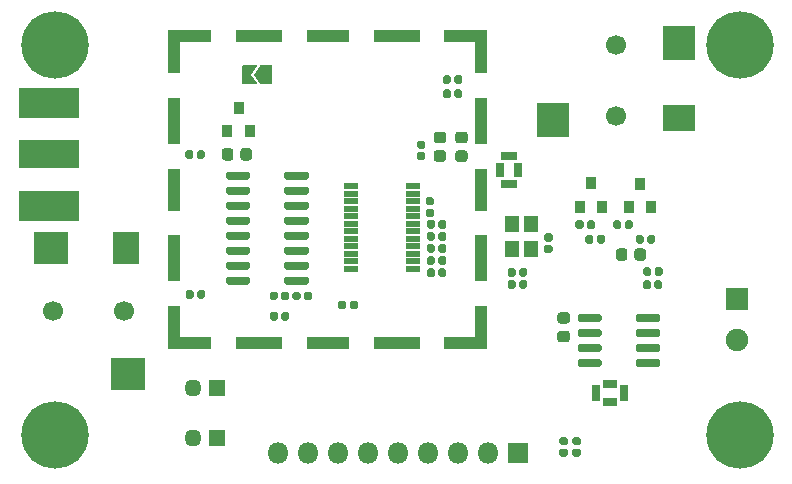
<source format=gbr>
%TF.GenerationSoftware,KiCad,Pcbnew,(5.1.6-0-10_14)*%
%TF.CreationDate,2021-04-04T15:55:47-05:00*%
%TF.ProjectId,MBRadio_4732_BO3,4d425261-6469-46f5-9f34-3733325f424f,rev?*%
%TF.SameCoordinates,Original*%
%TF.FileFunction,Soldermask,Top*%
%TF.FilePolarity,Negative*%
%FSLAX46Y46*%
G04 Gerber Fmt 4.6, Leading zero omitted, Abs format (unit mm)*
G04 Created by KiCad (PCBNEW (5.1.6-0-10_14)) date 2021-04-04 15:55:47*
%MOMM*%
%LPD*%
G01*
G04 APERTURE LIST*
%ADD10R,1.446200X0.653200*%
%ADD11R,0.653200X1.293800*%
%ADD12R,0.653200X1.446200*%
%ADD13R,1.293800X0.653200*%
%ADD14C,5.700000*%
%ADD15R,0.900000X1.000000*%
%ADD16C,1.700000*%
%ADD17R,2.800000X3.000000*%
%ADD18R,2.800000X2.200000*%
%ADD19R,1.450000X1.450000*%
%ADD20O,1.450000X1.450000*%
%ADD21R,5.180000X2.390000*%
%ADD22R,5.180000X2.520000*%
%ADD23R,1.300000X0.500000*%
%ADD24R,1.200000X1.400000*%
%ADD25R,1.800000X1.800000*%
%ADD26O,1.800000X1.800000*%
%ADD27R,1.100000X1.100000*%
%ADD28R,2.670000X1.100000*%
%ADD29R,3.900000X1.100000*%
%ADD30R,3.570000X1.100000*%
%ADD31R,1.100000X2.670000*%
%ADD32R,1.100000X3.900000*%
%ADD33R,1.100000X3.570000*%
%ADD34R,1.900000X1.900000*%
%ADD35C,1.900000*%
%ADD36C,0.100000*%
%ADD37R,3.000000X2.800000*%
%ADD38R,2.200000X2.800000*%
G04 APERTURE END LIST*
D10*
%TO.C,C4*%
X91950000Y-112881700D03*
X91950000Y-115238300D03*
D11*
X92696500Y-114060000D03*
X91203500Y-114060000D03*
%TD*%
D12*
%TO.C,C3*%
X101678300Y-132940000D03*
X99321700Y-132940000D03*
D13*
X100500000Y-133686500D03*
X100500000Y-132193500D03*
%TD*%
%TO.C,R12*%
G36*
G01*
X102670000Y-120127500D02*
X102670000Y-119732500D01*
G75*
G02*
X102842500Y-119560000I172500J0D01*
G01*
X103187500Y-119560000D01*
G75*
G02*
X103360000Y-119732500I0J-172500D01*
G01*
X103360000Y-120127500D01*
G75*
G02*
X103187500Y-120300000I-172500J0D01*
G01*
X102842500Y-120300000D01*
G75*
G02*
X102670000Y-120127500I0J172500D01*
G01*
G37*
G36*
G01*
X103640000Y-120127500D02*
X103640000Y-119732500D01*
G75*
G02*
X103812500Y-119560000I172500J0D01*
G01*
X104157500Y-119560000D01*
G75*
G02*
X104330000Y-119732500I0J-172500D01*
G01*
X104330000Y-120127500D01*
G75*
G02*
X104157500Y-120300000I-172500J0D01*
G01*
X103812500Y-120300000D01*
G75*
G02*
X103640000Y-120127500I0J172500D01*
G01*
G37*
%TD*%
%TO.C,R13*%
G36*
G01*
X103960000Y-123592500D02*
X103960000Y-123987500D01*
G75*
G02*
X103787500Y-124160000I-172500J0D01*
G01*
X103442500Y-124160000D01*
G75*
G02*
X103270000Y-123987500I0J172500D01*
G01*
X103270000Y-123592500D01*
G75*
G02*
X103442500Y-123420000I172500J0D01*
G01*
X103787500Y-123420000D01*
G75*
G02*
X103960000Y-123592500I0J-172500D01*
G01*
G37*
G36*
G01*
X104930000Y-123592500D02*
X104930000Y-123987500D01*
G75*
G02*
X104757500Y-124160000I-172500J0D01*
G01*
X104412500Y-124160000D01*
G75*
G02*
X104240000Y-123987500I0J172500D01*
G01*
X104240000Y-123592500D01*
G75*
G02*
X104412500Y-123420000I172500J0D01*
G01*
X104757500Y-123420000D01*
G75*
G02*
X104930000Y-123592500I0J-172500D01*
G01*
G37*
%TD*%
D14*
%TO.C,REF\u002A\u002A*%
X111500000Y-136500000D03*
%TD*%
%TO.C,REF\u002A\u002A*%
X111500000Y-103500000D03*
%TD*%
%TO.C,REF\u002A\u002A*%
X53500000Y-136500000D03*
%TD*%
%TO.C,REF\u002A\u002A*%
X53500000Y-103500000D03*
%TD*%
%TO.C,C10*%
G36*
G01*
X85437500Y-117070000D02*
X85042500Y-117070000D01*
G75*
G02*
X84870000Y-116897500I0J172500D01*
G01*
X84870000Y-116552500D01*
G75*
G02*
X85042500Y-116380000I172500J0D01*
G01*
X85437500Y-116380000D01*
G75*
G02*
X85610000Y-116552500I0J-172500D01*
G01*
X85610000Y-116897500D01*
G75*
G02*
X85437500Y-117070000I-172500J0D01*
G01*
G37*
G36*
G01*
X85437500Y-118040000D02*
X85042500Y-118040000D01*
G75*
G02*
X84870000Y-117867500I0J172500D01*
G01*
X84870000Y-117522500D01*
G75*
G02*
X85042500Y-117350000I172500J0D01*
G01*
X85437500Y-117350000D01*
G75*
G02*
X85610000Y-117522500I0J-172500D01*
G01*
X85610000Y-117867500D01*
G75*
G02*
X85437500Y-118040000I-172500J0D01*
G01*
G37*
%TD*%
%TO.C,C13*%
G36*
G01*
X96841250Y-127080000D02*
X96278750Y-127080000D01*
G75*
G02*
X96035000Y-126836250I0J243750D01*
G01*
X96035000Y-126348750D01*
G75*
G02*
X96278750Y-126105000I243750J0D01*
G01*
X96841250Y-126105000D01*
G75*
G02*
X97085000Y-126348750I0J-243750D01*
G01*
X97085000Y-126836250D01*
G75*
G02*
X96841250Y-127080000I-243750J0D01*
G01*
G37*
G36*
G01*
X96841250Y-128655000D02*
X96278750Y-128655000D01*
G75*
G02*
X96035000Y-128411250I0J243750D01*
G01*
X96035000Y-127923750D01*
G75*
G02*
X96278750Y-127680000I243750J0D01*
G01*
X96841250Y-127680000D01*
G75*
G02*
X97085000Y-127923750I0J-243750D01*
G01*
X97085000Y-128411250D01*
G75*
G02*
X96841250Y-128655000I-243750J0D01*
G01*
G37*
%TD*%
%TO.C,U5*%
G36*
G01*
X97740000Y-126770000D02*
X97740000Y-126420000D01*
G75*
G02*
X97915000Y-126245000I175000J0D01*
G01*
X99615000Y-126245000D01*
G75*
G02*
X99790000Y-126420000I0J-175000D01*
G01*
X99790000Y-126770000D01*
G75*
G02*
X99615000Y-126945000I-175000J0D01*
G01*
X97915000Y-126945000D01*
G75*
G02*
X97740000Y-126770000I0J175000D01*
G01*
G37*
G36*
G01*
X97740000Y-128040000D02*
X97740000Y-127690000D01*
G75*
G02*
X97915000Y-127515000I175000J0D01*
G01*
X99615000Y-127515000D01*
G75*
G02*
X99790000Y-127690000I0J-175000D01*
G01*
X99790000Y-128040000D01*
G75*
G02*
X99615000Y-128215000I-175000J0D01*
G01*
X97915000Y-128215000D01*
G75*
G02*
X97740000Y-128040000I0J175000D01*
G01*
G37*
G36*
G01*
X97740000Y-129310000D02*
X97740000Y-128960000D01*
G75*
G02*
X97915000Y-128785000I175000J0D01*
G01*
X99615000Y-128785000D01*
G75*
G02*
X99790000Y-128960000I0J-175000D01*
G01*
X99790000Y-129310000D01*
G75*
G02*
X99615000Y-129485000I-175000J0D01*
G01*
X97915000Y-129485000D01*
G75*
G02*
X97740000Y-129310000I0J175000D01*
G01*
G37*
G36*
G01*
X97740000Y-130580000D02*
X97740000Y-130230000D01*
G75*
G02*
X97915000Y-130055000I175000J0D01*
G01*
X99615000Y-130055000D01*
G75*
G02*
X99790000Y-130230000I0J-175000D01*
G01*
X99790000Y-130580000D01*
G75*
G02*
X99615000Y-130755000I-175000J0D01*
G01*
X97915000Y-130755000D01*
G75*
G02*
X97740000Y-130580000I0J175000D01*
G01*
G37*
G36*
G01*
X102690000Y-130580000D02*
X102690000Y-130230000D01*
G75*
G02*
X102865000Y-130055000I175000J0D01*
G01*
X104565000Y-130055000D01*
G75*
G02*
X104740000Y-130230000I0J-175000D01*
G01*
X104740000Y-130580000D01*
G75*
G02*
X104565000Y-130755000I-175000J0D01*
G01*
X102865000Y-130755000D01*
G75*
G02*
X102690000Y-130580000I0J175000D01*
G01*
G37*
G36*
G01*
X102690000Y-129310000D02*
X102690000Y-128960000D01*
G75*
G02*
X102865000Y-128785000I175000J0D01*
G01*
X104565000Y-128785000D01*
G75*
G02*
X104740000Y-128960000I0J-175000D01*
G01*
X104740000Y-129310000D01*
G75*
G02*
X104565000Y-129485000I-175000J0D01*
G01*
X102865000Y-129485000D01*
G75*
G02*
X102690000Y-129310000I0J175000D01*
G01*
G37*
G36*
G01*
X102690000Y-128040000D02*
X102690000Y-127690000D01*
G75*
G02*
X102865000Y-127515000I175000J0D01*
G01*
X104565000Y-127515000D01*
G75*
G02*
X104740000Y-127690000I0J-175000D01*
G01*
X104740000Y-128040000D01*
G75*
G02*
X104565000Y-128215000I-175000J0D01*
G01*
X102865000Y-128215000D01*
G75*
G02*
X102690000Y-128040000I0J175000D01*
G01*
G37*
G36*
G01*
X102690000Y-126770000D02*
X102690000Y-126420000D01*
G75*
G02*
X102865000Y-126245000I175000J0D01*
G01*
X104565000Y-126245000D01*
G75*
G02*
X104740000Y-126420000I0J-175000D01*
G01*
X104740000Y-126770000D01*
G75*
G02*
X104565000Y-126945000I-175000J0D01*
G01*
X102865000Y-126945000D01*
G75*
G02*
X102690000Y-126770000I0J175000D01*
G01*
G37*
%TD*%
%TO.C,C6*%
G36*
G01*
X64530000Y-112967500D02*
X64530000Y-112572500D01*
G75*
G02*
X64702500Y-112400000I172500J0D01*
G01*
X65047500Y-112400000D01*
G75*
G02*
X65220000Y-112572500I0J-172500D01*
G01*
X65220000Y-112967500D01*
G75*
G02*
X65047500Y-113140000I-172500J0D01*
G01*
X64702500Y-113140000D01*
G75*
G02*
X64530000Y-112967500I0J172500D01*
G01*
G37*
G36*
G01*
X65500000Y-112967500D02*
X65500000Y-112572500D01*
G75*
G02*
X65672500Y-112400000I172500J0D01*
G01*
X66017500Y-112400000D01*
G75*
G02*
X66190000Y-112572500I0J-172500D01*
G01*
X66190000Y-112967500D01*
G75*
G02*
X66017500Y-113140000I-172500J0D01*
G01*
X65672500Y-113140000D01*
G75*
G02*
X65500000Y-112967500I0J172500D01*
G01*
G37*
%TD*%
%TO.C,C9*%
G36*
G01*
X65520000Y-124797500D02*
X65520000Y-124402500D01*
G75*
G02*
X65692500Y-124230000I172500J0D01*
G01*
X66037500Y-124230000D01*
G75*
G02*
X66210000Y-124402500I0J-172500D01*
G01*
X66210000Y-124797500D01*
G75*
G02*
X66037500Y-124970000I-172500J0D01*
G01*
X65692500Y-124970000D01*
G75*
G02*
X65520000Y-124797500I0J172500D01*
G01*
G37*
G36*
G01*
X64550000Y-124797500D02*
X64550000Y-124402500D01*
G75*
G02*
X64722500Y-124230000I172500J0D01*
G01*
X65067500Y-124230000D01*
G75*
G02*
X65240000Y-124402500I0J-172500D01*
G01*
X65240000Y-124797500D01*
G75*
G02*
X65067500Y-124970000I-172500J0D01*
G01*
X64722500Y-124970000D01*
G75*
G02*
X64550000Y-124797500I0J172500D01*
G01*
G37*
%TD*%
%TO.C,C14*%
G36*
G01*
X103290000Y-122867500D02*
X103290000Y-122472500D01*
G75*
G02*
X103462500Y-122300000I172500J0D01*
G01*
X103807500Y-122300000D01*
G75*
G02*
X103980000Y-122472500I0J-172500D01*
G01*
X103980000Y-122867500D01*
G75*
G02*
X103807500Y-123040000I-172500J0D01*
G01*
X103462500Y-123040000D01*
G75*
G02*
X103290000Y-122867500I0J172500D01*
G01*
G37*
G36*
G01*
X104260000Y-122867500D02*
X104260000Y-122472500D01*
G75*
G02*
X104432500Y-122300000I172500J0D01*
G01*
X104777500Y-122300000D01*
G75*
G02*
X104950000Y-122472500I0J-172500D01*
G01*
X104950000Y-122867500D01*
G75*
G02*
X104777500Y-123040000I-172500J0D01*
G01*
X104432500Y-123040000D01*
G75*
G02*
X104260000Y-122867500I0J172500D01*
G01*
G37*
%TD*%
D15*
%TO.C,D2*%
X68100000Y-110780000D03*
X70000000Y-110780000D03*
X69050000Y-108780000D03*
%TD*%
D16*
%TO.C,J3*%
X101000000Y-103500000D03*
X101000000Y-109500000D03*
D17*
X106350000Y-103300000D03*
X95650000Y-109800000D03*
D18*
X106350000Y-109650000D03*
%TD*%
%TO.C,L1*%
G36*
G01*
X67625000Y-113021250D02*
X67625000Y-112458750D01*
G75*
G02*
X67868750Y-112215000I243750J0D01*
G01*
X68356250Y-112215000D01*
G75*
G02*
X68600000Y-112458750I0J-243750D01*
G01*
X68600000Y-113021250D01*
G75*
G02*
X68356250Y-113265000I-243750J0D01*
G01*
X67868750Y-113265000D01*
G75*
G02*
X67625000Y-113021250I0J243750D01*
G01*
G37*
G36*
G01*
X69200000Y-113021250D02*
X69200000Y-112458750D01*
G75*
G02*
X69443750Y-112215000I243750J0D01*
G01*
X69931250Y-112215000D01*
G75*
G02*
X70175000Y-112458750I0J-243750D01*
G01*
X70175000Y-113021250D01*
G75*
G02*
X69931250Y-113265000I-243750J0D01*
G01*
X69443750Y-113265000D01*
G75*
G02*
X69200000Y-113021250I0J243750D01*
G01*
G37*
%TD*%
%TO.C,U1*%
G36*
G01*
X67970000Y-114720000D02*
X67970000Y-114370000D01*
G75*
G02*
X68145000Y-114195000I175000J0D01*
G01*
X69845000Y-114195000D01*
G75*
G02*
X70020000Y-114370000I0J-175000D01*
G01*
X70020000Y-114720000D01*
G75*
G02*
X69845000Y-114895000I-175000J0D01*
G01*
X68145000Y-114895000D01*
G75*
G02*
X67970000Y-114720000I0J175000D01*
G01*
G37*
G36*
G01*
X67970000Y-115990000D02*
X67970000Y-115640000D01*
G75*
G02*
X68145000Y-115465000I175000J0D01*
G01*
X69845000Y-115465000D01*
G75*
G02*
X70020000Y-115640000I0J-175000D01*
G01*
X70020000Y-115990000D01*
G75*
G02*
X69845000Y-116165000I-175000J0D01*
G01*
X68145000Y-116165000D01*
G75*
G02*
X67970000Y-115990000I0J175000D01*
G01*
G37*
G36*
G01*
X67970000Y-117260000D02*
X67970000Y-116910000D01*
G75*
G02*
X68145000Y-116735000I175000J0D01*
G01*
X69845000Y-116735000D01*
G75*
G02*
X70020000Y-116910000I0J-175000D01*
G01*
X70020000Y-117260000D01*
G75*
G02*
X69845000Y-117435000I-175000J0D01*
G01*
X68145000Y-117435000D01*
G75*
G02*
X67970000Y-117260000I0J175000D01*
G01*
G37*
G36*
G01*
X67970000Y-118530000D02*
X67970000Y-118180000D01*
G75*
G02*
X68145000Y-118005000I175000J0D01*
G01*
X69845000Y-118005000D01*
G75*
G02*
X70020000Y-118180000I0J-175000D01*
G01*
X70020000Y-118530000D01*
G75*
G02*
X69845000Y-118705000I-175000J0D01*
G01*
X68145000Y-118705000D01*
G75*
G02*
X67970000Y-118530000I0J175000D01*
G01*
G37*
G36*
G01*
X67970000Y-119800000D02*
X67970000Y-119450000D01*
G75*
G02*
X68145000Y-119275000I175000J0D01*
G01*
X69845000Y-119275000D01*
G75*
G02*
X70020000Y-119450000I0J-175000D01*
G01*
X70020000Y-119800000D01*
G75*
G02*
X69845000Y-119975000I-175000J0D01*
G01*
X68145000Y-119975000D01*
G75*
G02*
X67970000Y-119800000I0J175000D01*
G01*
G37*
G36*
G01*
X67970000Y-121070000D02*
X67970000Y-120720000D01*
G75*
G02*
X68145000Y-120545000I175000J0D01*
G01*
X69845000Y-120545000D01*
G75*
G02*
X70020000Y-120720000I0J-175000D01*
G01*
X70020000Y-121070000D01*
G75*
G02*
X69845000Y-121245000I-175000J0D01*
G01*
X68145000Y-121245000D01*
G75*
G02*
X67970000Y-121070000I0J175000D01*
G01*
G37*
G36*
G01*
X67970000Y-122340000D02*
X67970000Y-121990000D01*
G75*
G02*
X68145000Y-121815000I175000J0D01*
G01*
X69845000Y-121815000D01*
G75*
G02*
X70020000Y-121990000I0J-175000D01*
G01*
X70020000Y-122340000D01*
G75*
G02*
X69845000Y-122515000I-175000J0D01*
G01*
X68145000Y-122515000D01*
G75*
G02*
X67970000Y-122340000I0J175000D01*
G01*
G37*
G36*
G01*
X67970000Y-123610000D02*
X67970000Y-123260000D01*
G75*
G02*
X68145000Y-123085000I175000J0D01*
G01*
X69845000Y-123085000D01*
G75*
G02*
X70020000Y-123260000I0J-175000D01*
G01*
X70020000Y-123610000D01*
G75*
G02*
X69845000Y-123785000I-175000J0D01*
G01*
X68145000Y-123785000D01*
G75*
G02*
X67970000Y-123610000I0J175000D01*
G01*
G37*
G36*
G01*
X72920000Y-123610000D02*
X72920000Y-123260000D01*
G75*
G02*
X73095000Y-123085000I175000J0D01*
G01*
X74795000Y-123085000D01*
G75*
G02*
X74970000Y-123260000I0J-175000D01*
G01*
X74970000Y-123610000D01*
G75*
G02*
X74795000Y-123785000I-175000J0D01*
G01*
X73095000Y-123785000D01*
G75*
G02*
X72920000Y-123610000I0J175000D01*
G01*
G37*
G36*
G01*
X72920000Y-122340000D02*
X72920000Y-121990000D01*
G75*
G02*
X73095000Y-121815000I175000J0D01*
G01*
X74795000Y-121815000D01*
G75*
G02*
X74970000Y-121990000I0J-175000D01*
G01*
X74970000Y-122340000D01*
G75*
G02*
X74795000Y-122515000I-175000J0D01*
G01*
X73095000Y-122515000D01*
G75*
G02*
X72920000Y-122340000I0J175000D01*
G01*
G37*
G36*
G01*
X72920000Y-121070000D02*
X72920000Y-120720000D01*
G75*
G02*
X73095000Y-120545000I175000J0D01*
G01*
X74795000Y-120545000D01*
G75*
G02*
X74970000Y-120720000I0J-175000D01*
G01*
X74970000Y-121070000D01*
G75*
G02*
X74795000Y-121245000I-175000J0D01*
G01*
X73095000Y-121245000D01*
G75*
G02*
X72920000Y-121070000I0J175000D01*
G01*
G37*
G36*
G01*
X72920000Y-119800000D02*
X72920000Y-119450000D01*
G75*
G02*
X73095000Y-119275000I175000J0D01*
G01*
X74795000Y-119275000D01*
G75*
G02*
X74970000Y-119450000I0J-175000D01*
G01*
X74970000Y-119800000D01*
G75*
G02*
X74795000Y-119975000I-175000J0D01*
G01*
X73095000Y-119975000D01*
G75*
G02*
X72920000Y-119800000I0J175000D01*
G01*
G37*
G36*
G01*
X72920000Y-118530000D02*
X72920000Y-118180000D01*
G75*
G02*
X73095000Y-118005000I175000J0D01*
G01*
X74795000Y-118005000D01*
G75*
G02*
X74970000Y-118180000I0J-175000D01*
G01*
X74970000Y-118530000D01*
G75*
G02*
X74795000Y-118705000I-175000J0D01*
G01*
X73095000Y-118705000D01*
G75*
G02*
X72920000Y-118530000I0J175000D01*
G01*
G37*
G36*
G01*
X72920000Y-117260000D02*
X72920000Y-116910000D01*
G75*
G02*
X73095000Y-116735000I175000J0D01*
G01*
X74795000Y-116735000D01*
G75*
G02*
X74970000Y-116910000I0J-175000D01*
G01*
X74970000Y-117260000D01*
G75*
G02*
X74795000Y-117435000I-175000J0D01*
G01*
X73095000Y-117435000D01*
G75*
G02*
X72920000Y-117260000I0J175000D01*
G01*
G37*
G36*
G01*
X72920000Y-115990000D02*
X72920000Y-115640000D01*
G75*
G02*
X73095000Y-115465000I175000J0D01*
G01*
X74795000Y-115465000D01*
G75*
G02*
X74970000Y-115640000I0J-175000D01*
G01*
X74970000Y-115990000D01*
G75*
G02*
X74795000Y-116165000I-175000J0D01*
G01*
X73095000Y-116165000D01*
G75*
G02*
X72920000Y-115990000I0J175000D01*
G01*
G37*
G36*
G01*
X72920000Y-114720000D02*
X72920000Y-114370000D01*
G75*
G02*
X73095000Y-114195000I175000J0D01*
G01*
X74795000Y-114195000D01*
G75*
G02*
X74970000Y-114370000I0J-175000D01*
G01*
X74970000Y-114720000D01*
G75*
G02*
X74795000Y-114895000I-175000J0D01*
G01*
X73095000Y-114895000D01*
G75*
G02*
X72920000Y-114720000I0J175000D01*
G01*
G37*
%TD*%
D19*
%TO.C,JP1*%
X67220000Y-132490000D03*
D20*
X65220000Y-132490000D03*
%TD*%
%TO.C,R1*%
G36*
G01*
X86640000Y-121532500D02*
X86640000Y-121927500D01*
G75*
G02*
X86467500Y-122100000I-172500J0D01*
G01*
X86122500Y-122100000D01*
G75*
G02*
X85950000Y-121927500I0J172500D01*
G01*
X85950000Y-121532500D01*
G75*
G02*
X86122500Y-121360000I172500J0D01*
G01*
X86467500Y-121360000D01*
G75*
G02*
X86640000Y-121532500I0J-172500D01*
G01*
G37*
G36*
G01*
X85670000Y-121532500D02*
X85670000Y-121927500D01*
G75*
G02*
X85497500Y-122100000I-172500J0D01*
G01*
X85152500Y-122100000D01*
G75*
G02*
X84980000Y-121927500I0J172500D01*
G01*
X84980000Y-121532500D01*
G75*
G02*
X85152500Y-121360000I172500J0D01*
G01*
X85497500Y-121360000D01*
G75*
G02*
X85670000Y-121532500I0J-172500D01*
G01*
G37*
%TD*%
%TO.C,R4*%
G36*
G01*
X85670000Y-120512500D02*
X85670000Y-120907500D01*
G75*
G02*
X85497500Y-121080000I-172500J0D01*
G01*
X85152500Y-121080000D01*
G75*
G02*
X84980000Y-120907500I0J172500D01*
G01*
X84980000Y-120512500D01*
G75*
G02*
X85152500Y-120340000I172500J0D01*
G01*
X85497500Y-120340000D01*
G75*
G02*
X85670000Y-120512500I0J-172500D01*
G01*
G37*
G36*
G01*
X86640000Y-120512500D02*
X86640000Y-120907500D01*
G75*
G02*
X86467500Y-121080000I-172500J0D01*
G01*
X86122500Y-121080000D01*
G75*
G02*
X85950000Y-120907500I0J172500D01*
G01*
X85950000Y-120512500D01*
G75*
G02*
X86122500Y-120340000I172500J0D01*
G01*
X86467500Y-120340000D01*
G75*
G02*
X86640000Y-120512500I0J-172500D01*
G01*
G37*
%TD*%
D21*
%TO.C,J5*%
X53030000Y-112750000D03*
D22*
X53030000Y-108370000D03*
X53030000Y-117130000D03*
%TD*%
D15*
%TO.C,Q1*%
X97910000Y-117200000D03*
X99810000Y-117200000D03*
X98860000Y-115200000D03*
%TD*%
%TO.C,Q2*%
X103020000Y-115210000D03*
X103970000Y-117210000D03*
X102070000Y-117210000D03*
%TD*%
%TO.C,R7*%
G36*
G01*
X102415000Y-118502500D02*
X102415000Y-118897500D01*
G75*
G02*
X102242500Y-119070000I-172500J0D01*
G01*
X101897500Y-119070000D01*
G75*
G02*
X101725000Y-118897500I0J172500D01*
G01*
X101725000Y-118502500D01*
G75*
G02*
X101897500Y-118330000I172500J0D01*
G01*
X102242500Y-118330000D01*
G75*
G02*
X102415000Y-118502500I0J-172500D01*
G01*
G37*
G36*
G01*
X101445000Y-118502500D02*
X101445000Y-118897500D01*
G75*
G02*
X101272500Y-119070000I-172500J0D01*
G01*
X100927500Y-119070000D01*
G75*
G02*
X100755000Y-118897500I0J172500D01*
G01*
X100755000Y-118502500D01*
G75*
G02*
X100927500Y-118330000I172500J0D01*
G01*
X101272500Y-118330000D01*
G75*
G02*
X101445000Y-118502500I0J-172500D01*
G01*
G37*
%TD*%
%TO.C,R8*%
G36*
G01*
X97565000Y-118897500D02*
X97565000Y-118502500D01*
G75*
G02*
X97737500Y-118330000I172500J0D01*
G01*
X98082500Y-118330000D01*
G75*
G02*
X98255000Y-118502500I0J-172500D01*
G01*
X98255000Y-118897500D01*
G75*
G02*
X98082500Y-119070000I-172500J0D01*
G01*
X97737500Y-119070000D01*
G75*
G02*
X97565000Y-118897500I0J172500D01*
G01*
G37*
G36*
G01*
X98535000Y-118897500D02*
X98535000Y-118502500D01*
G75*
G02*
X98707500Y-118330000I172500J0D01*
G01*
X99052500Y-118330000D01*
G75*
G02*
X99225000Y-118502500I0J-172500D01*
G01*
X99225000Y-118897500D01*
G75*
G02*
X99052500Y-119070000I-172500J0D01*
G01*
X98707500Y-119070000D01*
G75*
G02*
X98535000Y-118897500I0J172500D01*
G01*
G37*
%TD*%
%TO.C,C5*%
G36*
G01*
X84292500Y-111570000D02*
X84687500Y-111570000D01*
G75*
G02*
X84860000Y-111742500I0J-172500D01*
G01*
X84860000Y-112087500D01*
G75*
G02*
X84687500Y-112260000I-172500J0D01*
G01*
X84292500Y-112260000D01*
G75*
G02*
X84120000Y-112087500I0J172500D01*
G01*
X84120000Y-111742500D01*
G75*
G02*
X84292500Y-111570000I172500J0D01*
G01*
G37*
G36*
G01*
X84292500Y-112540000D02*
X84687500Y-112540000D01*
G75*
G02*
X84860000Y-112712500I0J-172500D01*
G01*
X84860000Y-113057500D01*
G75*
G02*
X84687500Y-113230000I-172500J0D01*
G01*
X84292500Y-113230000D01*
G75*
G02*
X84120000Y-113057500I0J172500D01*
G01*
X84120000Y-112712500D01*
G75*
G02*
X84292500Y-112540000I172500J0D01*
G01*
G37*
%TD*%
%TO.C,C7*%
G36*
G01*
X85798750Y-112400000D02*
X86361250Y-112400000D01*
G75*
G02*
X86605000Y-112643750I0J-243750D01*
G01*
X86605000Y-113131250D01*
G75*
G02*
X86361250Y-113375000I-243750J0D01*
G01*
X85798750Y-113375000D01*
G75*
G02*
X85555000Y-113131250I0J243750D01*
G01*
X85555000Y-112643750D01*
G75*
G02*
X85798750Y-112400000I243750J0D01*
G01*
G37*
G36*
G01*
X85798750Y-110825000D02*
X86361250Y-110825000D01*
G75*
G02*
X86605000Y-111068750I0J-243750D01*
G01*
X86605000Y-111556250D01*
G75*
G02*
X86361250Y-111800000I-243750J0D01*
G01*
X85798750Y-111800000D01*
G75*
G02*
X85555000Y-111556250I0J243750D01*
G01*
X85555000Y-111068750D01*
G75*
G02*
X85798750Y-110825000I243750J0D01*
G01*
G37*
%TD*%
%TO.C,C8*%
G36*
G01*
X87628750Y-110825000D02*
X88191250Y-110825000D01*
G75*
G02*
X88435000Y-111068750I0J-243750D01*
G01*
X88435000Y-111556250D01*
G75*
G02*
X88191250Y-111800000I-243750J0D01*
G01*
X87628750Y-111800000D01*
G75*
G02*
X87385000Y-111556250I0J243750D01*
G01*
X87385000Y-111068750D01*
G75*
G02*
X87628750Y-110825000I243750J0D01*
G01*
G37*
G36*
G01*
X87628750Y-112400000D02*
X88191250Y-112400000D01*
G75*
G02*
X88435000Y-112643750I0J-243750D01*
G01*
X88435000Y-113131250D01*
G75*
G02*
X88191250Y-113375000I-243750J0D01*
G01*
X87628750Y-113375000D01*
G75*
G02*
X87385000Y-113131250I0J243750D01*
G01*
X87385000Y-112643750D01*
G75*
G02*
X87628750Y-112400000I243750J0D01*
G01*
G37*
%TD*%
%TO.C,C11*%
G36*
G01*
X87300000Y-107807500D02*
X87300000Y-107412500D01*
G75*
G02*
X87472500Y-107240000I172500J0D01*
G01*
X87817500Y-107240000D01*
G75*
G02*
X87990000Y-107412500I0J-172500D01*
G01*
X87990000Y-107807500D01*
G75*
G02*
X87817500Y-107980000I-172500J0D01*
G01*
X87472500Y-107980000D01*
G75*
G02*
X87300000Y-107807500I0J172500D01*
G01*
G37*
G36*
G01*
X86330000Y-107807500D02*
X86330000Y-107412500D01*
G75*
G02*
X86502500Y-107240000I172500J0D01*
G01*
X86847500Y-107240000D01*
G75*
G02*
X87020000Y-107412500I0J-172500D01*
G01*
X87020000Y-107807500D01*
G75*
G02*
X86847500Y-107980000I-172500J0D01*
G01*
X86502500Y-107980000D01*
G75*
G02*
X86330000Y-107807500I0J172500D01*
G01*
G37*
%TD*%
%TO.C,C15*%
G36*
G01*
X86330000Y-106607500D02*
X86330000Y-106212500D01*
G75*
G02*
X86502500Y-106040000I172500J0D01*
G01*
X86847500Y-106040000D01*
G75*
G02*
X87020000Y-106212500I0J-172500D01*
G01*
X87020000Y-106607500D01*
G75*
G02*
X86847500Y-106780000I-172500J0D01*
G01*
X86502500Y-106780000D01*
G75*
G02*
X86330000Y-106607500I0J172500D01*
G01*
G37*
G36*
G01*
X87300000Y-106607500D02*
X87300000Y-106212500D01*
G75*
G02*
X87472500Y-106040000I172500J0D01*
G01*
X87817500Y-106040000D01*
G75*
G02*
X87990000Y-106212500I0J-172500D01*
G01*
X87990000Y-106607500D01*
G75*
G02*
X87817500Y-106780000I-172500J0D01*
G01*
X87472500Y-106780000D01*
G75*
G02*
X87300000Y-106607500I0J172500D01*
G01*
G37*
%TD*%
D19*
%TO.C,JP3*%
X67190000Y-136750000D03*
D20*
X65190000Y-136750000D03*
%TD*%
%TO.C,R9*%
G36*
G01*
X85670000Y-118462500D02*
X85670000Y-118857500D01*
G75*
G02*
X85497500Y-119030000I-172500J0D01*
G01*
X85152500Y-119030000D01*
G75*
G02*
X84980000Y-118857500I0J172500D01*
G01*
X84980000Y-118462500D01*
G75*
G02*
X85152500Y-118290000I172500J0D01*
G01*
X85497500Y-118290000D01*
G75*
G02*
X85670000Y-118462500I0J-172500D01*
G01*
G37*
G36*
G01*
X86640000Y-118462500D02*
X86640000Y-118857500D01*
G75*
G02*
X86467500Y-119030000I-172500J0D01*
G01*
X86122500Y-119030000D01*
G75*
G02*
X85950000Y-118857500I0J172500D01*
G01*
X85950000Y-118462500D01*
G75*
G02*
X86122500Y-118290000I172500J0D01*
G01*
X86467500Y-118290000D01*
G75*
G02*
X86640000Y-118462500I0J-172500D01*
G01*
G37*
%TD*%
D23*
%TO.C,U2*%
X78570000Y-115457500D03*
X78570000Y-116092500D03*
X78570000Y-116727500D03*
X78570000Y-117362500D03*
X78570000Y-117997500D03*
X78570000Y-118632500D03*
X78570000Y-119267500D03*
X78570000Y-119902500D03*
X78570000Y-120537500D03*
X78570000Y-121172500D03*
X78570000Y-121807500D03*
X78570000Y-122442500D03*
X83770000Y-122442500D03*
X83770000Y-121807500D03*
X83770000Y-121172500D03*
X83770000Y-120537500D03*
X83770000Y-119902500D03*
X83770000Y-119267500D03*
X83770000Y-118632500D03*
X83770000Y-117997500D03*
X83770000Y-117362500D03*
X83770000Y-116727500D03*
X83770000Y-116092500D03*
X83770000Y-115457500D03*
%TD*%
D24*
%TO.C,X1*%
X93815000Y-120750000D03*
X93815000Y-118650000D03*
X92165000Y-118650000D03*
X92165000Y-120750000D03*
%TD*%
%TO.C,R11*%
G36*
G01*
X85950000Y-119887500D02*
X85950000Y-119492500D01*
G75*
G02*
X86122500Y-119320000I172500J0D01*
G01*
X86467500Y-119320000D01*
G75*
G02*
X86640000Y-119492500I0J-172500D01*
G01*
X86640000Y-119887500D01*
G75*
G02*
X86467500Y-120060000I-172500J0D01*
G01*
X86122500Y-120060000D01*
G75*
G02*
X85950000Y-119887500I0J172500D01*
G01*
G37*
G36*
G01*
X84980000Y-119887500D02*
X84980000Y-119492500D01*
G75*
G02*
X85152500Y-119320000I172500J0D01*
G01*
X85497500Y-119320000D01*
G75*
G02*
X85670000Y-119492500I0J-172500D01*
G01*
X85670000Y-119887500D01*
G75*
G02*
X85497500Y-120060000I-172500J0D01*
G01*
X85152500Y-120060000D01*
G75*
G02*
X84980000Y-119887500I0J172500D01*
G01*
G37*
%TD*%
%TO.C,R14*%
G36*
G01*
X84980000Y-122967500D02*
X84980000Y-122572500D01*
G75*
G02*
X85152500Y-122400000I172500J0D01*
G01*
X85497500Y-122400000D01*
G75*
G02*
X85670000Y-122572500I0J-172500D01*
G01*
X85670000Y-122967500D01*
G75*
G02*
X85497500Y-123140000I-172500J0D01*
G01*
X85152500Y-123140000D01*
G75*
G02*
X84980000Y-122967500I0J172500D01*
G01*
G37*
G36*
G01*
X85950000Y-122967500D02*
X85950000Y-122572500D01*
G75*
G02*
X86122500Y-122400000I172500J0D01*
G01*
X86467500Y-122400000D01*
G75*
G02*
X86640000Y-122572500I0J-172500D01*
G01*
X86640000Y-122967500D01*
G75*
G02*
X86467500Y-123140000I-172500J0D01*
G01*
X86122500Y-123140000D01*
G75*
G02*
X85950000Y-122967500I0J172500D01*
G01*
G37*
%TD*%
%TO.C,R15*%
G36*
G01*
X72350000Y-124532500D02*
X72350000Y-124927500D01*
G75*
G02*
X72177500Y-125100000I-172500J0D01*
G01*
X71832500Y-125100000D01*
G75*
G02*
X71660000Y-124927500I0J172500D01*
G01*
X71660000Y-124532500D01*
G75*
G02*
X71832500Y-124360000I172500J0D01*
G01*
X72177500Y-124360000D01*
G75*
G02*
X72350000Y-124532500I0J-172500D01*
G01*
G37*
G36*
G01*
X73320000Y-124532500D02*
X73320000Y-124927500D01*
G75*
G02*
X73147500Y-125100000I-172500J0D01*
G01*
X72802500Y-125100000D01*
G75*
G02*
X72630000Y-124927500I0J172500D01*
G01*
X72630000Y-124532500D01*
G75*
G02*
X72802500Y-124360000I172500J0D01*
G01*
X73147500Y-124360000D01*
G75*
G02*
X73320000Y-124532500I0J-172500D01*
G01*
G37*
%TD*%
%TO.C,R16*%
G36*
G01*
X73600000Y-124927500D02*
X73600000Y-124532500D01*
G75*
G02*
X73772500Y-124360000I172500J0D01*
G01*
X74117500Y-124360000D01*
G75*
G02*
X74290000Y-124532500I0J-172500D01*
G01*
X74290000Y-124927500D01*
G75*
G02*
X74117500Y-125100000I-172500J0D01*
G01*
X73772500Y-125100000D01*
G75*
G02*
X73600000Y-124927500I0J172500D01*
G01*
G37*
G36*
G01*
X74570000Y-124927500D02*
X74570000Y-124532500D01*
G75*
G02*
X74742500Y-124360000I172500J0D01*
G01*
X75087500Y-124360000D01*
G75*
G02*
X75260000Y-124532500I0J-172500D01*
G01*
X75260000Y-124927500D01*
G75*
G02*
X75087500Y-125100000I-172500J0D01*
G01*
X74742500Y-125100000D01*
G75*
G02*
X74570000Y-124927500I0J172500D01*
G01*
G37*
%TD*%
D25*
%TO.C,J7*%
X92660000Y-138000000D03*
D26*
X90120000Y-138000000D03*
X87580000Y-138000000D03*
X85040000Y-138000000D03*
X82500000Y-138000000D03*
X79960000Y-138000000D03*
X77420000Y-138000000D03*
X74880000Y-138000000D03*
X72340000Y-138000000D03*
%TD*%
D27*
%TO.C,SH1*%
X63585000Y-102715000D03*
X89595000Y-102715000D03*
X89595000Y-128725000D03*
X63585000Y-128725000D03*
D28*
X65370000Y-102715000D03*
X65370000Y-128725000D03*
D29*
X70755000Y-102715000D03*
X70755000Y-128725000D03*
D30*
X76590000Y-102715000D03*
X76590000Y-128725000D03*
D29*
X82425000Y-102715000D03*
X82425000Y-128725000D03*
D28*
X87810000Y-102715000D03*
X87810000Y-128725000D03*
D31*
X63585000Y-104500000D03*
X89595000Y-104500000D03*
D32*
X63585000Y-109885000D03*
X89595000Y-109885000D03*
D33*
X63585000Y-115720000D03*
X89595000Y-115720000D03*
D32*
X63585000Y-121555000D03*
X89595000Y-121555000D03*
D31*
X63585000Y-126940000D03*
X89595000Y-126940000D03*
%TD*%
%TO.C,C1*%
G36*
G01*
X92510000Y-122532500D02*
X92510000Y-122927500D01*
G75*
G02*
X92337500Y-123100000I-172500J0D01*
G01*
X91992500Y-123100000D01*
G75*
G02*
X91820000Y-122927500I0J172500D01*
G01*
X91820000Y-122532500D01*
G75*
G02*
X91992500Y-122360000I172500J0D01*
G01*
X92337500Y-122360000D01*
G75*
G02*
X92510000Y-122532500I0J-172500D01*
G01*
G37*
G36*
G01*
X93480000Y-122532500D02*
X93480000Y-122927500D01*
G75*
G02*
X93307500Y-123100000I-172500J0D01*
G01*
X92962500Y-123100000D01*
G75*
G02*
X92790000Y-122927500I0J172500D01*
G01*
X92790000Y-122532500D01*
G75*
G02*
X92962500Y-122360000I172500J0D01*
G01*
X93307500Y-122360000D01*
G75*
G02*
X93480000Y-122532500I0J-172500D01*
G01*
G37*
%TD*%
%TO.C,C2*%
G36*
G01*
X93480000Y-123552500D02*
X93480000Y-123947500D01*
G75*
G02*
X93307500Y-124120000I-172500J0D01*
G01*
X92962500Y-124120000D01*
G75*
G02*
X92790000Y-123947500I0J172500D01*
G01*
X92790000Y-123552500D01*
G75*
G02*
X92962500Y-123380000I172500J0D01*
G01*
X93307500Y-123380000D01*
G75*
G02*
X93480000Y-123552500I0J-172500D01*
G01*
G37*
G36*
G01*
X92510000Y-123552500D02*
X92510000Y-123947500D01*
G75*
G02*
X92337500Y-124120000I-172500J0D01*
G01*
X91992500Y-124120000D01*
G75*
G02*
X91820000Y-123947500I0J172500D01*
G01*
X91820000Y-123552500D01*
G75*
G02*
X91992500Y-123380000I172500J0D01*
G01*
X92337500Y-123380000D01*
G75*
G02*
X92510000Y-123552500I0J-172500D01*
G01*
G37*
%TD*%
%TO.C,C12*%
G36*
G01*
X100985000Y-121511250D02*
X100985000Y-120948750D01*
G75*
G02*
X101228750Y-120705000I243750J0D01*
G01*
X101716250Y-120705000D01*
G75*
G02*
X101960000Y-120948750I0J-243750D01*
G01*
X101960000Y-121511250D01*
G75*
G02*
X101716250Y-121755000I-243750J0D01*
G01*
X101228750Y-121755000D01*
G75*
G02*
X100985000Y-121511250I0J243750D01*
G01*
G37*
G36*
G01*
X102560000Y-121511250D02*
X102560000Y-120948750D01*
G75*
G02*
X102803750Y-120705000I243750J0D01*
G01*
X103291250Y-120705000D01*
G75*
G02*
X103535000Y-120948750I0J-243750D01*
G01*
X103535000Y-121511250D01*
G75*
G02*
X103291250Y-121755000I-243750J0D01*
G01*
X102803750Y-121755000D01*
G75*
G02*
X102560000Y-121511250I0J243750D01*
G01*
G37*
%TD*%
%TO.C,D1*%
G36*
G01*
X96372500Y-136680000D02*
X96767500Y-136680000D01*
G75*
G02*
X96940000Y-136852500I0J-172500D01*
G01*
X96940000Y-137197500D01*
G75*
G02*
X96767500Y-137370000I-172500J0D01*
G01*
X96372500Y-137370000D01*
G75*
G02*
X96200000Y-137197500I0J172500D01*
G01*
X96200000Y-136852500D01*
G75*
G02*
X96372500Y-136680000I172500J0D01*
G01*
G37*
G36*
G01*
X96372500Y-137650000D02*
X96767500Y-137650000D01*
G75*
G02*
X96940000Y-137822500I0J-172500D01*
G01*
X96940000Y-138167500D01*
G75*
G02*
X96767500Y-138340000I-172500J0D01*
G01*
X96372500Y-138340000D01*
G75*
G02*
X96200000Y-138167500I0J172500D01*
G01*
X96200000Y-137822500D01*
G75*
G02*
X96372500Y-137650000I172500J0D01*
G01*
G37*
%TD*%
%TO.C,R2*%
G36*
G01*
X95062500Y-119440000D02*
X95457500Y-119440000D01*
G75*
G02*
X95630000Y-119612500I0J-172500D01*
G01*
X95630000Y-119957500D01*
G75*
G02*
X95457500Y-120130000I-172500J0D01*
G01*
X95062500Y-120130000D01*
G75*
G02*
X94890000Y-119957500I0J172500D01*
G01*
X94890000Y-119612500D01*
G75*
G02*
X95062500Y-119440000I172500J0D01*
G01*
G37*
G36*
G01*
X95062500Y-120410000D02*
X95457500Y-120410000D01*
G75*
G02*
X95630000Y-120582500I0J-172500D01*
G01*
X95630000Y-120927500D01*
G75*
G02*
X95457500Y-121100000I-172500J0D01*
G01*
X95062500Y-121100000D01*
G75*
G02*
X94890000Y-120927500I0J172500D01*
G01*
X94890000Y-120582500D01*
G75*
G02*
X95062500Y-120410000I172500J0D01*
G01*
G37*
%TD*%
%TO.C,R3*%
G36*
G01*
X72380000Y-126242500D02*
X72380000Y-126637500D01*
G75*
G02*
X72207500Y-126810000I-172500J0D01*
G01*
X71862500Y-126810000D01*
G75*
G02*
X71690000Y-126637500I0J172500D01*
G01*
X71690000Y-126242500D01*
G75*
G02*
X71862500Y-126070000I172500J0D01*
G01*
X72207500Y-126070000D01*
G75*
G02*
X72380000Y-126242500I0J-172500D01*
G01*
G37*
G36*
G01*
X73350000Y-126242500D02*
X73350000Y-126637500D01*
G75*
G02*
X73177500Y-126810000I-172500J0D01*
G01*
X72832500Y-126810000D01*
G75*
G02*
X72660000Y-126637500I0J172500D01*
G01*
X72660000Y-126242500D01*
G75*
G02*
X72832500Y-126070000I172500J0D01*
G01*
X73177500Y-126070000D01*
G75*
G02*
X73350000Y-126242500I0J-172500D01*
G01*
G37*
%TD*%
%TO.C,R5*%
G36*
G01*
X99090000Y-119732500D02*
X99090000Y-120127500D01*
G75*
G02*
X98917500Y-120300000I-172500J0D01*
G01*
X98572500Y-120300000D01*
G75*
G02*
X98400000Y-120127500I0J172500D01*
G01*
X98400000Y-119732500D01*
G75*
G02*
X98572500Y-119560000I172500J0D01*
G01*
X98917500Y-119560000D01*
G75*
G02*
X99090000Y-119732500I0J-172500D01*
G01*
G37*
G36*
G01*
X100060000Y-119732500D02*
X100060000Y-120127500D01*
G75*
G02*
X99887500Y-120300000I-172500J0D01*
G01*
X99542500Y-120300000D01*
G75*
G02*
X99370000Y-120127500I0J172500D01*
G01*
X99370000Y-119732500D01*
G75*
G02*
X99542500Y-119560000I172500J0D01*
G01*
X99887500Y-119560000D01*
G75*
G02*
X100060000Y-119732500I0J-172500D01*
G01*
G37*
%TD*%
%TO.C,R6*%
G36*
G01*
X97462500Y-137650000D02*
X97857500Y-137650000D01*
G75*
G02*
X98030000Y-137822500I0J-172500D01*
G01*
X98030000Y-138167500D01*
G75*
G02*
X97857500Y-138340000I-172500J0D01*
G01*
X97462500Y-138340000D01*
G75*
G02*
X97290000Y-138167500I0J172500D01*
G01*
X97290000Y-137822500D01*
G75*
G02*
X97462500Y-137650000I172500J0D01*
G01*
G37*
G36*
G01*
X97462500Y-136680000D02*
X97857500Y-136680000D01*
G75*
G02*
X98030000Y-136852500I0J-172500D01*
G01*
X98030000Y-137197500D01*
G75*
G02*
X97857500Y-137370000I-172500J0D01*
G01*
X97462500Y-137370000D01*
G75*
G02*
X97290000Y-137197500I0J172500D01*
G01*
X97290000Y-136852500D01*
G75*
G02*
X97462500Y-136680000I172500J0D01*
G01*
G37*
%TD*%
%TO.C,R10*%
G36*
G01*
X79130000Y-125292500D02*
X79130000Y-125687500D01*
G75*
G02*
X78957500Y-125860000I-172500J0D01*
G01*
X78612500Y-125860000D01*
G75*
G02*
X78440000Y-125687500I0J172500D01*
G01*
X78440000Y-125292500D01*
G75*
G02*
X78612500Y-125120000I172500J0D01*
G01*
X78957500Y-125120000D01*
G75*
G02*
X79130000Y-125292500I0J-172500D01*
G01*
G37*
G36*
G01*
X78160000Y-125292500D02*
X78160000Y-125687500D01*
G75*
G02*
X77987500Y-125860000I-172500J0D01*
G01*
X77642500Y-125860000D01*
G75*
G02*
X77470000Y-125687500I0J172500D01*
G01*
X77470000Y-125292500D01*
G75*
G02*
X77642500Y-125120000I172500J0D01*
G01*
X77987500Y-125120000D01*
G75*
G02*
X78160000Y-125292500I0J-172500D01*
G01*
G37*
%TD*%
D34*
%TO.C,J6*%
X111230000Y-125000000D03*
D35*
X111230000Y-128500000D03*
%TD*%
D36*
%TO.C,JP0*%
G36*
X69395245Y-106809039D02*
G01*
X69385866Y-106806194D01*
X69377221Y-106801573D01*
X69369645Y-106795355D01*
X69363427Y-106787779D01*
X69358806Y-106779134D01*
X69355961Y-106769755D01*
X69355000Y-106760000D01*
X69355000Y-105260000D01*
X69355961Y-105250245D01*
X69358806Y-105240866D01*
X69363427Y-105232221D01*
X69369645Y-105224645D01*
X69377221Y-105218427D01*
X69385866Y-105213806D01*
X69395245Y-105210961D01*
X69405000Y-105210000D01*
X70555000Y-105210000D01*
X70564755Y-105210961D01*
X70574134Y-105213806D01*
X70582779Y-105218427D01*
X70590355Y-105224645D01*
X70596573Y-105232221D01*
X70601194Y-105240866D01*
X70604039Y-105250245D01*
X70605000Y-105260000D01*
X70604039Y-105269755D01*
X70601194Y-105279134D01*
X70596603Y-105287735D01*
X70115093Y-106010000D01*
X70596603Y-106732265D01*
X70601214Y-106740914D01*
X70604049Y-106750297D01*
X70605000Y-106760052D01*
X70604029Y-106769806D01*
X70601174Y-106779182D01*
X70596544Y-106787822D01*
X70590318Y-106795392D01*
X70582735Y-106801603D01*
X70574086Y-106806214D01*
X70564703Y-106809049D01*
X70555000Y-106810000D01*
X69405000Y-106810000D01*
X69395245Y-106809039D01*
G37*
G36*
X70845245Y-106809039D02*
G01*
X70835866Y-106806194D01*
X70827221Y-106801573D01*
X70819645Y-106795355D01*
X70813397Y-106787735D01*
X70313397Y-106037735D01*
X70308786Y-106029086D01*
X70305951Y-106019703D01*
X70305000Y-106009948D01*
X70305971Y-106000194D01*
X70308826Y-105990818D01*
X70313397Y-105982265D01*
X70813397Y-105232265D01*
X70819608Y-105224682D01*
X70827178Y-105218456D01*
X70835818Y-105213826D01*
X70845194Y-105210971D01*
X70855000Y-105210000D01*
X71855000Y-105210000D01*
X71864755Y-105210961D01*
X71874134Y-105213806D01*
X71882779Y-105218427D01*
X71890355Y-105224645D01*
X71896573Y-105232221D01*
X71901194Y-105240866D01*
X71904039Y-105250245D01*
X71905000Y-105260000D01*
X71905000Y-106760000D01*
X71904039Y-106769755D01*
X71901194Y-106779134D01*
X71896573Y-106787779D01*
X71890355Y-106795355D01*
X71882779Y-106801573D01*
X71874134Y-106806194D01*
X71864755Y-106809039D01*
X71855000Y-106810000D01*
X70855000Y-106810000D01*
X70845245Y-106809039D01*
G37*
%TD*%
D16*
%TO.C,J4*%
X53350000Y-126000000D03*
X59350000Y-126000000D03*
D37*
X53150000Y-120650000D03*
X59650000Y-131350000D03*
D38*
X59500000Y-120650000D03*
%TD*%
M02*

</source>
